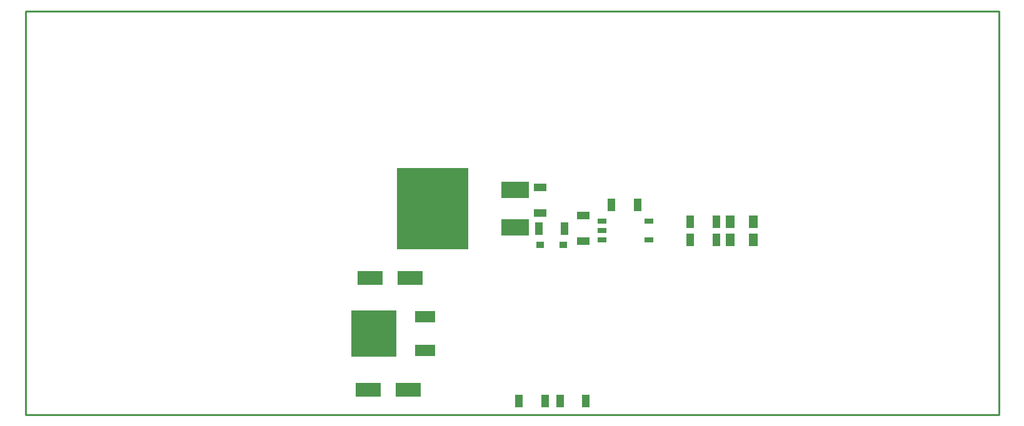
<source format=gtp>
G04*
G04 #@! TF.GenerationSoftware,Altium Limited,Altium Designer,20.1.7 (139)*
G04*
G04 Layer_Color=8421504*
%FSLAX44Y44*%
%MOMM*%
G71*
G04*
G04 #@! TF.SameCoordinates,B5950D26-3139-43EA-A648-6E47058778E0*
G04*
G04*
G04 #@! TF.FilePolarity,Positive*
G04*
G01*
G75*
%ADD13C,0.2540*%
%ADD17R,1.0000X1.7000*%
%ADD18R,1.2000X0.8000*%
%ADD19R,1.7000X1.0000*%
%ADD20R,1.1000X0.9500*%
%ADD21R,1.2000X1.7000*%
%ADD22R,3.4500X1.8500*%
%ADD23R,6.1000X6.3000*%
%ADD24R,2.8000X1.5000*%
%ADD25R,9.6500X11.0000*%
%ADD26R,3.8100X2.3200*%
D13*
X254000Y869950D02*
Y1417320D01*
Y869950D02*
X1572260D01*
Y1417320D01*
X254000D02*
X1572260D01*
D17*
X1013180Y889000D02*
D03*
X978180D02*
D03*
X922580Y889000D02*
D03*
X957580D02*
D03*
X1154710Y1131570D02*
D03*
X1189710D02*
D03*
X1083030Y1154430D02*
D03*
X1048030D02*
D03*
X949250Y1122680D02*
D03*
X984250D02*
D03*
X1154710Y1107440D02*
D03*
X1189710D02*
D03*
D18*
X1035300Y1132840D02*
D03*
Y1120140D02*
D03*
Y1107440D02*
D03*
X1098300D02*
D03*
Y1132840D02*
D03*
D19*
X951230Y1143280D02*
D03*
Y1178280D02*
D03*
X1009650Y1140180D02*
D03*
Y1105180D02*
D03*
D20*
X951085Y1100590D02*
D03*
X982335D02*
D03*
D21*
X1208280Y1107440D02*
D03*
X1240280D02*
D03*
X1208280Y1131570D02*
D03*
X1240280D02*
D03*
D22*
X775030Y1055370D02*
D03*
X721030D02*
D03*
X772490Y904240D02*
D03*
X718490D02*
D03*
D23*
X725650Y980440D02*
D03*
D24*
X795650Y1003190D02*
D03*
Y957690D02*
D03*
D25*
X805180Y1149350D02*
D03*
D26*
X917180Y1123950D02*
D03*
Y1174750D02*
D03*
M02*

</source>
